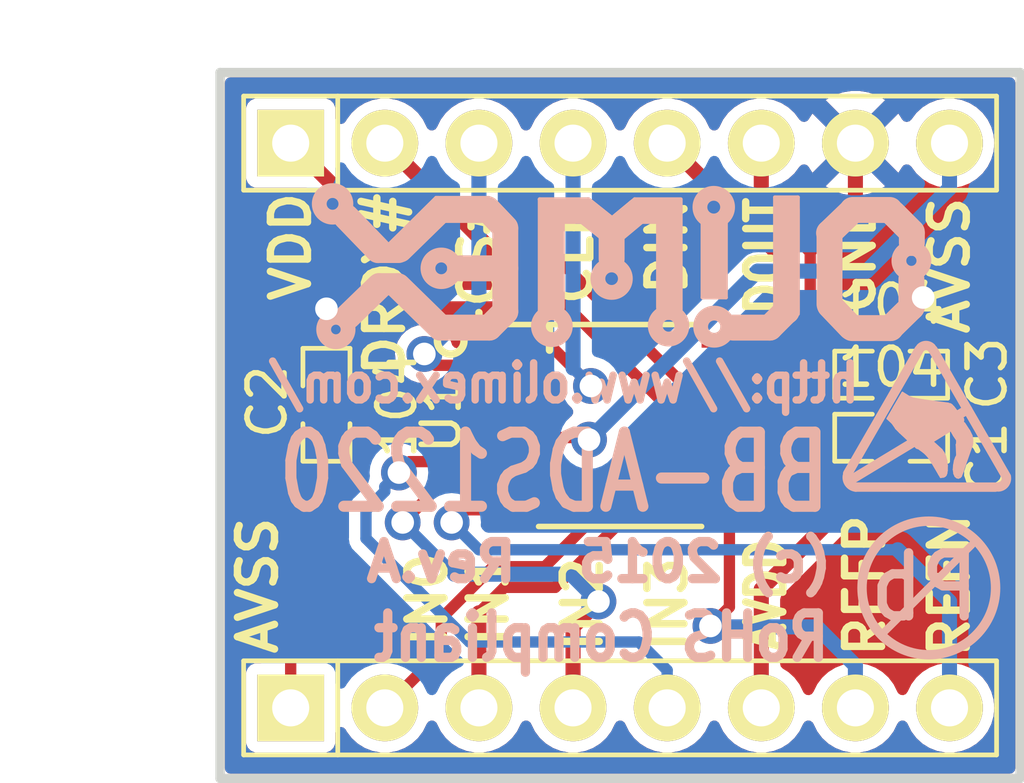
<source format=kicad_pcb>
(kicad_pcb (version 20221018) (generator pcbnew)
  (layers (0 "F.Cu" signal) (31 "B.Cu" signal) (34 "B.Paste" user) (35 "F.Paste" user) (36 "B.SilkS" user "B.Silkscreen") (37 "F.SilkS" user "F.Silkscreen") (38 "B.Mask" user) (39 "F.Mask" user) (44 "Edge.Cuts" user))
  (net 0 "")
  (net 1 "GND")
  (net 2 "Net-(C1-Pad2)")
  (net 3 "/AVSS")
  (net 4 "Net-(C3-Pad2)")
  (net 5 "Net-(P1-Pad2)")
  (net 6 "Net-(P1-Pad3)")
  (net 7 "Net-(P1-Pad4)")
  (net 8 "Net-(P1-Pad5)")
  (net 9 "/REFP")
  (net 10 "/REFN")
  (net 11 "Net-(P2-Pad2)")
  (net 12 "Net-(P2-Pad3)")
  (net 13 "Net-(P2-Pad4)")
  (net 14 "Net-(P2-Pad5)")
  (net 15 "Net-(P2-Pad6)")
  (footprint "kicad_wrk:C_0603" (layer "F.Cu") (at 155.9052 114.6302 180)
    (fp_text reference "C1" (at -2.5908 -0.5588 270) (layer "F.SilkS"))
    (fp_text value "104" (at 0 1.9 180) (layer "F.SilkS"))
    (fp_line (start -1.524 -0.635) (end -1.524 0.635) (stroke (width 0.127)) (layer "F.SilkS"))
    (fp_line (start -1.524 -0.635) (end -0.508 -0.635) (stroke (width 0.127)) (layer "F.SilkS"))
    (fp_line (start -1.524 0.635) (end -0.508 0.635) (stroke (width 0.127)) (layer "F.SilkS"))
    (fp_line (start 0.508 -0.635) (end 1.524 -0.635) (stroke (width 0.127)) (layer "F.SilkS"))
    (fp_line (start 1.524 -0.635) (end 1.524 0.635) (stroke (width 0.127)) (layer "F.SilkS"))
    (fp_line (start 1.524 0.635) (end 0.508 0.635) (stroke (width 0.127)) (layer "F.SilkS"))
    (pad "1" smd rect (at -0.889 0 180) (size 1.016 1.016) (layers "F.Cu" "F.Paste" "F.Mask") (net 1 "GND"))
    (pad "2" smd rect (at 0.889 0 180) (size 1.016 1.016) (layers "F.Cu" "F.Paste" "F.Mask") (net 2 "Net-(C1-Pad2)"))
  )
  (footprint "kicad_wrk:C_0603" (layer "F.Cu") (at 140.6652 113.7412 90)
    (fp_text reference "C2" (at 0.0762 -1.6002 270) (layer "F.SilkS"))
    (fp_text value "104" (at 0 1.9 90) (layer "F.SilkS"))
    (fp_line (start -1.524 -0.635) (end -1.524 0.635) (stroke (width 0.127)) (layer "F.SilkS"))
    (fp_line (start -1.524 -0.635) (end -0.508 -0.635) (stroke (width 0.127)) (layer "F.SilkS"))
    (fp_line (start -1.524 0.635) (end -0.508 0.635) (stroke (width 0.127)) (layer "F.SilkS"))
    (fp_line (start 0.508 -0.635) (end 1.524 -0.635) (stroke (width 0.127)) (layer "F.SilkS"))
    (fp_line (start 1.524 -0.635) (end 1.524 0.635) (stroke (width 0.127)) (layer "F.SilkS"))
    (fp_line (start 1.524 0.635) (end 0.508 0.635) (stroke (width 0.127)) (layer "F.SilkS"))
    (pad "1" smd rect (at -0.889 0 90) (size 1.016 1.016) (layers "F.Cu" "F.Paste" "F.Mask") (net 3 "/AVSS"))
    (pad "2" smd rect (at 0.889 0 90) (size 1.016 1.016) (layers "F.Cu" "F.Paste" "F.Mask") (net 1 "GND"))
  )
  (footprint "kicad_wrk:C_0603" (layer "F.Cu") (at 155.9052 112.9284 180)
    (fp_text reference "C3" (at -2.5908 0.0254 270) (layer "F.SilkS"))
    (fp_text value "104" (at 0 1.9 180) (layer "F.SilkS"))
    (fp_line (start -1.524 -0.635) (end -1.524 0.635) (stroke (width 0.127)) (layer "F.SilkS"))
    (fp_line (start -1.524 -0.635) (end -0.508 -0.635) (stroke (width 0.127)) (layer "F.SilkS"))
    (fp_line (start -1.524 0.635) (end -0.508 0.635) (stroke (width 0.127)) (layer "F.SilkS"))
    (fp_line (start 0.508 -0.635) (end 1.524 -0.635) (stroke (width 0.127)) (layer "F.SilkS"))
    (fp_line (start 1.524 -0.635) (end 1.524 0.635) (stroke (width 0.127)) (layer "F.SilkS"))
    (fp_line (start 1.524 0.635) (end 0.508 0.635) (stroke (width 0.127)) (layer "F.SilkS"))
    (pad "1" smd rect (at -0.889 0 180) (size 1.016 1.016) (layers "F.Cu" "F.Paste" "F.Mask") (net 1 "GND"))
    (pad "2" smd rect (at 0.889 0 180) (size 1.016 1.016) (layers "F.Cu" "F.Paste" "F.Mask") (net 4 "Net-(C3-Pad2)"))
  )
  (footprint "kicad_wrk:SIP8_Housing" (layer "F.Cu") (at 149.86 121.92)
    (fp_text reference "" (at -16.383 -4.953) (layer "F.SilkS"))
    (fp_text value "CONN_01X08" hide)
    (fp_line (start -11.43 -1.27) (end 8.89 -1.27) (stroke (width 0.127)) (layer "F.SilkS"))
    (fp_line (start -11.43 1.27) (end -11.43 -1.27) (stroke (width 0.127)) (layer "F.SilkS"))
    (fp_line (start -8.89 -1.27) (end -8.89 1.27) (stroke (width 0.127)) (layer "F.SilkS"))
    (fp_line (start 8.89 -1.27) (end 8.89 1.27) (stroke (width 0.127)) (layer "F.SilkS"))
    (fp_line (start 8.89 1.27) (end -11.43 1.27) (stroke (width 0.127)) (layer "F.SilkS"))
    (pad "1" thru_hole rect (at -10.16 0 90) (size 1.8 1.8) (drill 1) (layers "*.Cu" "*.Mask" "F.SilkS") (net 3 "/AVSS"))
    (pad "2" thru_hole circle (at -7.62 0 90) (size 1.8 1.8) (drill 1) (layers "*.Cu" "*.Mask" "F.SilkS") (net 5 "Net-(P1-Pad2)"))
    (pad "3" thru_hole circle (at -5.08 0 90) (size 1.8 1.8) (drill 1) (layers "*.Cu" "*.Mask" "F.SilkS") (net 6 "Net-(P1-Pad3)"))
    (pad "4" thru_hole circle (at -2.54 0 90) (size 1.8 1.8) (drill 1) (layers "*.Cu" "*.Mask" "F.SilkS") (net 7 "Net-(P1-Pad4)"))
    (pad "5" thru_hole circle (at 0 0 90) (size 1.8 1.8) (drill 1) (layers "*.Cu" "*.Mask" "F.SilkS") (net 8 "Net-(P1-Pad5)"))
    (pad "6" thru_hole circle (at 2.54 0 90) (size 1.8 1.8) (drill 1) (layers "*.Cu" "*.Mask" "F.SilkS") (net 2 "Net-(C1-Pad2)"))
    (pad "7" thru_hole circle (at 5.08 0 90) (size 1.8 1.8) (drill 1) (layers "*.Cu" "*.Mask" "F.SilkS") (net 9 "/REFP"))
    (pad "8" thru_hole circle (at 7.62 0 90) (size 1.8 1.8) (drill 1) (layers "*.Cu" "*.Mask" "F.SilkS") (net 10 "/REFN"))
  )
  (footprint "kicad_wrk:SIP8_Housing" (layer "F.Cu") (at 149.86 106.68)
    (fp_text reference "" (at 0 -3.6) (layer "F.SilkS"))
    (fp_text value "CONN_01X08" hide)
    (fp_line (start -11.43 -1.27) (end 8.89 -1.27) (stroke (width 0.127)) (layer "F.SilkS"))
    (fp_line (start -11.43 1.27) (end -11.43 -1.27) (stroke (width 0.127)) (layer "F.SilkS"))
    (fp_line (start -8.89 -1.27) (end -8.89 1.27) (stroke (width 0.127)) (layer "F.SilkS"))
    (fp_line (start 8.89 -1.27) (end 8.89 1.27) (stroke (width 0.127)) (layer "F.SilkS"))
    (fp_line (start 8.89 1.27) (end -11.43 1.27) (stroke (width 0.127)) (layer "F.SilkS"))
    (pad "1" thru_hole rect (at -10.16 0 90) (size 1.8 1.8) (drill 1) (layers "*.Cu" "*.Mask" "F.SilkS") (net 4 "Net-(C3-Pad2)"))
    (pad "2" thru_hole circle (at -7.62 0 90) (size 1.8 1.8) (drill 1) (layers "*.Cu" "*.Mask" "F.SilkS") (net 11 "Net-(P2-Pad2)"))
    (pad "3" thru_hole circle (at -5.08 0 90) (size 1.8 1.8) (drill 1) (layers "*.Cu" "*.Mask" "F.SilkS") (net 12 "Net-(P2-Pad3)"))
    (pad "4" thru_hole circle (at -2.54 0 90) (size 1.8 1.8) (drill 1) (layers "*.Cu" "*.Mask" "F.SilkS") (net 13 "Net-(P2-Pad4)"))
    (pad "5" thru_hole circle (at 0 0 90) (size 1.8 1.8) (drill 1) (layers "*.Cu" "*.Mask" "F.SilkS") (net 14 "Net-(P2-Pad5)"))
    (pad "6" thru_hole circle (at 2.54 0 90) (size 1.8 1.8) (drill 1) (layers "*.Cu" "*.Mask" "F.SilkS") (net 15 "Net-(P2-Pad6)"))
    (pad "7" thru_hole circle (at 5.08 0 90) (size 1.8 1.8) (drill 1) (layers "*.Cu" "*.Mask" "F.SilkS") (net 1 "GND"))
    (pad "8" thru_hole circle (at 7.62 0 90) (size 1.8 1.8) (drill 1) (layers "*.Cu" "*.Mask" "F.SilkS") (net 3 "/AVSS"))
  )
  (footprint "kicad_wrk:TSSOP-16_4.4x5mm_Pitch0.65mm" (layer "F.Cu") (at 148.59 114.3)
    (fp_text reference "U1" (at -4.826 -0.254 90) (layer "F.SilkS"))
    (fp_text value "ADS1220")
    (fp_line (start -3.775 -2.725) (end 2.2 -2.725) (stroke (width 0.15)) (layer "F.SilkS"))
    (fp_line (start -2.2 2.725) (end 2.2 2.725) (stroke (width 0.15)) (layer "F.SilkS"))
    (pad "1" smd rect (at -2.95 -2.275) (size 1.5 0.35) (layers "F.Cu" "F.Paste" "F.Mask") (net 13 "Net-(P2-Pad4)"))
    (pad "2" smd rect (at -2.95 -1.625) (size 1.5 0.35) (layers "F.Cu" "F.Paste" "F.Mask") (net 12 "Net-(P2-Pad3)"))
    (pad "3" smd rect (at -2.95 -0.975) (size 1.5 0.35) (layers "F.Cu" "F.Paste" "F.Mask") (net 1 "GND"))
    (pad "4" smd rect (at -2.95 -0.325) (size 1.5 0.35) (layers "F.Cu" "F.Paste" "F.Mask") (net 1 "GND"))
    (pad "5" smd rect (at -2.95 0.325) (size 1.5 0.35) (layers "F.Cu" "F.Paste" "F.Mask") (net 3 "/AVSS"))
    (pad "6" smd rect (at -2.95 0.975) (size 1.5 0.35) (layers "F.Cu" "F.Paste" "F.Mask") (net 8 "Net-(P1-Pad5)"))
    (pad "7" smd rect (at -2.95 1.625) (size 1.5 0.35) (layers "F.Cu" "F.Paste" "F.Mask") (net 7 "Net-(P1-Pad4)"))
    (pad "8" smd rect (at -2.95 2.275) (size 1.5 0.35) (layers "F.Cu" "F.Paste" "F.Mask") (net 10 "/REFN"))
    (pad "9" smd rect (at 2.95 2.275) (size 1.5 0.35) (layers "F.Cu" "F.Paste" "F.Mask") (net 9 "/REFP"))
    (pad "10" smd rect (at 2.95 1.625) (size 1.5 0.35) (layers "F.Cu" "F.Paste" "F.Mask") (net 6 "Net-(P1-Pad3)"))
    (pad "11" smd rect (at 2.95 0.975) (size 1.5 0.35) (layers "F.Cu" "F.Paste" "F.Mask") (net 5 "Net-(P1-Pad2)"))
    (pad "12" smd rect (at 2.95 0.325) (size 1.5 0.35) (layers "F.Cu" "F.Paste" "F.Mask") (net 2 "Net-(C1-Pad2)"))
    (pad "13" smd rect (at 2.95 -0.325) (size 1.5 0.35) (layers "F.Cu" "F.Paste" "F.Mask") (net 4 "Net-(C3-Pad2)"))
    (pad "14" smd rect (at 2.95 -0.975) (size 1.5 0.35) (layers "F.Cu" "F.Paste" "F.Mask") (net 11 "Net-(P2-Pad2)"))
    (pad "15" smd rect (at 2.95 -1.625) (size 1.5 0.35) (layers "F.Cu" "F.Paste" "F.Mask") (net 15 "Net-(P2-Pad6)"))
    (pad "16" smd rect (at 2.95 -2.275) (size 1.5 0.35) (layers "F.Cu" "F.Paste" "F.Mask") (net 14 "Net-(P2-Pad5)"))
  )
  (footprint "OLIMEX_Other-FP:Fiducial1x3" (layer "F.Cu") (at 141.0208 119.3038)
    (fp_text reference "" (at -8.9408 -0.9398) (layer "F.SilkS"))
    (fp_text value "")
    (pad "Fid1" connect circle (at 0 0) (size 1 1) (layers "F.Cu" "F.Mask") (clearance 1.016))
  )
  (footprint "OLIMEX_LOGOs-FP:OLIMEX_LOGO_TB" (layer "B.Cu") (at 148.463 109.982 180)
    (fp_text reference "OLIMEX_LOGO**" hide)
    (fp_text value "OLIMEX_LOGO_TB" hide)
    (fp_line (start -8.001 -1.1176) (end -7.4168 -1.6891) (stroke (width 0.7)) (layer "B.SilkS"))
    (fp_line (start -8.001 0.8509) (end -8.001 0.6096) (stroke (width 0.7)) (layer "B.SilkS"))
    (fp_line (start -8.001 0.9017) (end -7.493 1.4097) (stroke (width 0.7)) (layer "B.SilkS"))
    (fp_line (start -7.9883 -1.1303) (end -7.9883 -0.3683) (stroke (width 0.7)) (layer "B.SilkS"))
    (fp_line (start -7.4295 -1.6891) (end -6.3881 -1.6891) (stroke (width 0.7)) (layer "B.SilkS"))
    (fp_line (start -6.4008 1.4859) (end -5.7658 0.8763) (stroke (width 0.7)) (layer "B.SilkS"))
    (fp_line (start -6.4008 1.4986) (end -7.4041 1.4986) (stroke (width 0.7)) (layer "B.SilkS"))
    (fp_line (start -5.7912 -1.0795) (end -6.35 -1.6637) (stroke (width 0.7)) (layer "B.SilkS"))
    (fp_line (start -5.7785 0.889) (end -5.7785 -1.0414) (stroke (width 0.7)) (layer "B.SilkS"))
    (fp_line (start -4.9276 1.8415) (end -4.9276 -1.3081) (stroke (width 0.1)) (layer "B.SilkS"))
    (fp_line (start -4.9149 1.8415) (end -4.9276 1.8415) (stroke (width 0.1)) (layer "B.SilkS"))
    (fp_line (start -4.9022 1.8415) (end -4.9149 1.8415) (stroke (width 0.1)) (layer "B.SilkS"))
    (fp_line (start -4.7879 1.7526) (end -4.8514 1.7653) (stroke (width 0.1)) (layer "B.SilkS"))
    (fp_line (start -4.6228 -1.2319) (end -4.6228 1.4986) (stroke (width 0.7)) (layer "B.SilkS"))
    (fp_line (start -4.6228 1.8415) (end -4.9022 1.8415) (stroke (width 0.1)) (layer "B.SilkS"))
    (fp_line (start -4.6101 1.8415) (end -4.3053 1.8415) (stroke (width 0.1)) (layer "B.SilkS"))
    (fp_line (start -4.4831 1.7653) (end -4.3688 1.7653) (stroke (width 0.1)) (layer "B.SilkS"))
    (fp_line (start -4.3053 1.8415) (end -4.3053 -1.1938) (stroke (width 0.1)) (layer "B.SilkS"))
    (fp_line (start -4.1656 -1.6764) (end -4.6228 -1.2192) (stroke (width 0.7)) (layer "B.SilkS"))
    (fp_line (start -3.1798 -1.6764) (end -4.1656 -1.6764) (stroke (width 0.7)) (layer "B.SilkS"))
    (fp_line (start -2.9845 -0.8636) (end -2.3749 -0.8636) (stroke (width 0.1)) (layer "B.SilkS"))
    (fp_line (start -2.9845 1.1557) (end -2.9845 -0.8636) (stroke (width 0.1)) (layer "B.SilkS"))
    (fp_line (start -2.8448 -0.8001) (end -2.9083 -0.8001) (stroke (width 0.1)) (layer "B.SilkS"))
    (fp_line (start -2.667 1.0414) (end -2.667 -0.5588) (stroke (width 0.7)) (layer "B.SilkS"))
    (fp_line (start -2.5019 -0.8001) (end -2.413 -0.8001) (stroke (width 0.1)) (layer "B.SilkS"))
    (fp_line (start -2.3749 -0.8636) (end -2.3495 -0.8636) (stroke (width 0.1)) (layer "B.SilkS"))
    (fp_line (start -2.3495 -0.8636) (end -2.3495 1.1557) (stroke (width 0.1)) (layer "B.SilkS"))
    (fp_line (start -1.7653 -1.2065) (end -1.7653 1.778) (stroke (width 0.1)) (layer "B.SilkS"))
    (fp_line (start -1.7653 1.7907) (end -0.5207 1.7907) (stroke (width 0.1)) (layer "B.SilkS"))
    (fp_line (start -1.6129 1.7272) (end -1.6891 1.7272) (stroke (width 0.1)) (layer "B.SilkS"))
    (fp_line (start -1.4478 -1.1176) (end -1.4478 1.4732) (stroke (width 0.7)) (layer "B.SilkS"))
    (fp_line (start -1.4478 1.4732) (end -0.6096 1.4732) (stroke (width 0.7)) (layer "B.SilkS"))
    (fp_line (start -0.6096 1.4732) (end 0 0.9652) (stroke (width 0.7)) (layer "B.SilkS"))
    (fp_line (start -0.5207 1.7907) (end 0.0635 1.3081) (stroke (width 0.1)) (layer "B.SilkS"))
    (fp_line (start 0.1016 0.1778) (end 0.1016 0.889) (stroke (width 0.7)) (layer "B.SilkS"))
    (fp_line (start 0.1778 0.9652) (end 0.8128 1.4732) (stroke (width 0.7)) (layer "B.SilkS"))
    (fp_line (start 0.7239 1.7907) (end 0.1016 1.2954) (stroke (width 0.1)) (layer "B.SilkS"))
    (fp_line (start 0.7493 1.7907) (end 0.7239 1.7907) (stroke (width 0.1)) (layer "B.SilkS"))
    (fp_line (start 0.8128 1.4732) (end 1.7018 1.4732) (stroke (width 0.7)) (layer "B.SilkS"))
    (fp_line (start 1.7145 1.4859) (end 1.7145 -1.1176) (stroke (width 0.7)) (layer "B.SilkS"))
    (fp_line (start 1.8923 1.7145) (end 1.9939 1.7145) (stroke (width 0.1)) (layer "B.SilkS"))
    (fp_line (start 2.0447 -1.2319) (end 2.0447 1.778) (stroke (width 0.1)) (layer "B.SilkS"))
    (fp_line (start 2.0447 1.778) (end 2.0447 1.7907) (stroke (width 0.1)) (layer "B.SilkS"))
    (fp_line (start 2.0447 1.7907) (end 0.7493 1.7907) (stroke (width 0.1)) (layer "B.SilkS"))
    (fp_line (start 2.9718 -1.2446) (end 3.4036 -1.6764) (stroke (width 0.7)) (layer "B.SilkS"))
    (fp_line (start 2.9718 0.9906) (end 2.9718 -1.2446) (stroke (width 0.7)) (layer "B.SilkS"))
    (fp_line (start 2.9718 1.016) (end 3.4544 1.524) (stroke (width 0.7)) (layer "B.SilkS"))
    (fp_line (start 3.4036 -1.6764) (end 4.7244 -1.6764) (stroke (width 0.7)) (layer "B.SilkS"))
    (fp_line (start 3.4163 1.8288) (end 4.7879 1.8288) (stroke (width 0.1)) (layer "B.SilkS"))
    (fp_line (start 3.5025 1.4986) (end 4.7244 1.4986) (stroke (width 0.7)) (layer "B.SilkS"))
    (fp_line (start 4.191 -0.0762) (end 2.9718 -0.0762) (stroke (width 0.7)) (layer "B.SilkS"))
    (fp_line (start 4.7244 -1.6764) (end 5.8674 -0.5588) (stroke (width 0.7)) (layer "B.SilkS"))
    (fp_line (start 4.7244 1.4986) (end 5.8166 0.4318) (stroke (width 0.7)) (layer "B.SilkS"))
    (fp_line (start 4.7879 1.8288) (end 4.8387 1.8288) (stroke (width 0.1)) (layer "B.SilkS"))
    (fp_line (start 4.8387 1.8288) (end 6.096 0.5842) (stroke (width 0.1)) (layer "B.SilkS"))
    (fp_line (start 5.842 0.3175) (end 6.4008 0.3175) (stroke (width 0.5)) (layer "B.SilkS"))
    (fp_line (start 5.8674 -0.4572) (end 6.4008 -0.4572) (stroke (width 0.5)) (layer "B.SilkS"))
    (fp_line (start 7.2136 -1.3716) (end 6.3754 -0.5588) (stroke (width 0.7)) (layer "B.SilkS"))
    (fp_line (start 7.2644 1.3081) (end 6.4008 0.4144) (stroke (width 0.7)) (layer "B.SilkS"))
    (fp_circle (center -7.9883 0.127) (end -7.6708 0.2413) (stroke (width 0.4)) (fill none) (layer "B.SilkS"))
    (fp_circle (center -2.667 -1.651) (end -2.4638 -1.3462) (stroke (width 0.4)) (fill none) (layer "B.SilkS"))
    (fp_circle (center -2.6543 1.5748) (end -2.54 1.9304) (stroke (width 0.4)) (fill none) (layer "B.SilkS"))
    (fp_circle (center -1.4351 -1.6256) (end -1.1938 -1.3589) (stroke (width 0.4)) (fill none) (layer "B.SilkS"))
    (fp_circle (center 0.1016 -0.3556) (end 0.3302 -0.0635) (stroke (width 0.4)) (fill none) (layer "B.SilkS"))
    (fp_circle (center 1.7145 -1.6383) (end 1.9304 -1.3462) (stroke (width 0.4)) (fill none) (layer "B.SilkS"))
    (fp_circle (center 4.699 -0.0762) (end 4.9657 0.1651) (stroke (width 0.4)) (fill none) (layer "B.SilkS"))
    (fp_circle (center 7.5438 -1.7272) (end 7.8359 -1.5748) (stroke (width 0.4)) (fill none) (layer "B.SilkS"))
    (fp_circle (center 7.6327 1.6637) (end 7.9375 1.8542) (stroke (width 0.4)) (fill none) (layer "B.SilkS"))
  )
  (footprint "OLIMEX_LOGOs-FP:LOGO_ANTISTATIC_SMALL_4.5mmX2.8mm" (layer "B.Cu") (at 156.845 114.046 180)
    (fp_text reference "" (at 0 3.0226 180) (layer "B.SilkS") (effects (justify mirror)))
    (fp_text value "")
    (fp_line (start -2.16916 -1.63576) (end -0.1905 1.78816) (stroke (width 0.254)) (layer "B.SilkS"))
    (fp_line (start -1.87198 -1.9177) (end 1.8923 -1.91516) (stroke (width 0.254)) (layer "B.SilkS"))
    (fp_line (start -1.24968 -0.74168) (end -1.24968 -0.62738) (stroke (width 0.05)) (layer "B.SilkS"))
    (fp_line (start -1.24968 -0.62484) (end -1.23444 -0.5334) (stroke (width 0.05)) (layer "B.SilkS"))
    (fp_line (start -1.23698 -0.80518) (end -1.24968 -0.74422) (stroke (width 0.05)) (layer "B.SilkS"))
    (fp_line (start -1.23444 -0.53) (end -1.16586 -0.39) (stroke (width 0.05)) (layer "B.SilkS"))
    (fp_line (start -1.16586 -0.3937) (end -1.03378 -0.1905) (stroke (width 0.05)) (layer "B.SilkS"))
    (fp_line (start -1.14808 -0.67818) (end -0.8763 -1.5113) (stroke (width 0.254)) (layer "B.SilkS"))
    (fp_line (start -1.12014 0.1778) (end 2.09296 -1.76276) (stroke (width 0.254)) (layer "B.SilkS"))
    (fp_line (start -0.97028 -1.04394) (end -0.87884 -1.36906) (stroke (width 0.254)) (layer "B.SilkS"))
    (fp_line (start -0.9525 -0.635) (end -0.97028 -1.03632) (stroke (width 0.254)) (layer "B.SilkS"))
    (fp_line (start -0.94742 -1.61798) (end -1.23444 -0.80264) (stroke (width 0.05)) (layer "B.SilkS"))
    (fp_line (start -0.91948 -1.64846) (end -0.94742 -1.61798) (stroke (width 0.05)) (layer "B.SilkS"))
    (fp_line (start -0.91948 -0.22352) (end -1.12014 -0.59944) (stroke (width 0.254)) (layer "B.SilkS"))
    (fp_line (start -0.90678 -0.10414) (end 0.19812 -0.76962) (stroke (width 0.254)) (layer "B.SilkS"))
    (fp_line (start -0.87376 -1.66624) (end -0.9144 -1.651) (stroke (width 0.05)) (layer "B.SilkS"))
    (fp_line (start -0.84074 -0.70612) (end -0.8255 -0.7747) (stroke (width 0.05)) (layer "B.SilkS"))
    (fp_line (start -0.8382 -1.06172) (end -0.80772 -1.12014) (stroke (width 0.05)) (layer "B.SilkS"))
    (fp_line (start -0.83566 -0.6477) (end -0.8382 -0.70612) (stroke (width 0.05)) (layer "B.SilkS"))
    (fp_line (start -0.83566 0.12954) (end -0.74168 0.24892) (stroke (width 0.05)) (layer "B.SilkS"))
    (fp_line (start -0.83312 -1.65608) (end -0.87376 -1.66624) (stroke (width 0.05)) (layer "B.SilkS"))
    (fp_line (start -0.8255 -0.7747) (end -0.8382 -1.06172) (stroke (width 0.05)) (layer "B.SilkS"))
    (fp_line (start -0.80772 -1.12014) (end -0.77724 -1.20396) (stroke (width 0.05)) (layer "B.SilkS"))
    (fp_line (start -0.79248 -1.62306) (end -0.83312 -1.65608) (stroke (width 0.05)) (layer "B.SilkS"))
    (fp_line (start -0.77724 -1.20396) (end -0.75438 -1.32842) (stroke (width 0.05)) (layer "B.SilkS"))
    (fp_line (start -0.76454 -0.27432) (end -1.05156 -0.71374) (stroke (width 0.254)) (layer "B.SilkS"))
    (fp_line (start -0.762 -1.55448) (end -0.79248 -1.62306) (stroke (width 0.05)) (layer "B.SilkS"))
    (fp_line (start -0.75438 -1.32842) (end -0.74676 -1.44018) (stroke (width 0.05)) (layer "B.SilkS"))
    (fp_line (start -0.75184 -0.52324) (end -0.83566 -0.6477) (stroke (width 0.05)) (layer "B.SilkS"))
    (fp_line (start -0.74676 -1.44018) (end -0.762 -1.55448) (stroke (width 0.05)) (layer "B.SilkS"))
    (fp_line (start -0.74168 0.24892) (end -0.6985 0.29464) (stroke (width 0.05)) (layer "B.SilkS"))
    (fp_line (start -0.69596 0.29718) (end -0.66294 0.32004) (stroke (width 0.05)) (layer "B.SilkS"))
    (fp_line (start -0.6858 0.1524) (end 0.4572 -0.51308) (stroke (width 0.254)) (layer "B.SilkS"))
    (fp_line (start -0.6731 -0.38354) (end -0.75184 -0.52324) (stroke (width 0.05)) (layer "B.SilkS"))
    (fp_line (start -0.66294 0.32004) (end -0.59182 0.34036) (stroke (width 0.05)) (layer "B.SilkS"))
    (fp_line (start -0.59182 0.34036) (end 0.07112 0.42926) (stroke (width 0.05)) (layer "B.SilkS"))
    (fp_line (start -0.58928 0.22098) (end 0.38862 0.36576) (stroke (width 0.254)) (layer "B.SilkS"))
    (fp_line (start -0.56642 -1.33858) (end -0.55118 -1.20396) (stroke (width 0.05)) (layer "B.SilkS"))
    (fp_line (start -0.56388 -1.46558) (end -0.56642 -1.33858) (stroke (width 0.05)) (layer "B.SilkS"))
    (fp_line (start -0.55372 -1.53924) (end -0.56398 -1.46558) (stroke (width 0.05)) (layer "B.SilkS"))
    (fp_line (start -0.55118 -1.20396) (end -0.51816 -1.08204) (stroke (width 0.05)) (layer "B.SilkS"))
    (fp_line (start -0.53594 -1.5875) (end -0.55372 -1.53924) (stroke (width 0.05)) (layer "B.SilkS"))
    (fp_line (start -0.51816 -1.61036) (end -0.53594 -1.58875) (stroke (width 0.05)) (layer "B.SilkS"))
    (fp_line (start -0.51816 -1.07696) (end -0.47498 -0.98806) (stroke (width 0.05)) (layer "B.SilkS"))
    (fp_line (start -0.48006 -1.63576) (end -0.51308 -1.61544) (stroke (width 0.05)) (layer "B.SilkS"))
    (fp_line (start -0.48006 0.21844) (end 0.54356 -0.4191) (stroke (width 0.254)) (layer "B.SilkS"))
    (fp_line (start -0.47498 -0.98806) (end -0.42164 -0.90932) (stroke (width 0.05)) (layer "B.SilkS"))
    (fp_line (start -0.4445 -1.52146) (end -0.24638 -1.1303) (stroke (width 0.254)) (layer "B.SilkS"))
    (fp_line (start -0.42418 -1.27254) (end -0.4445 -1.52146) (stroke (width 0.254)) (layer "B.SilkS"))
    (fp_line (start -0.42164 -0.90932) (end -0.17526 -0.6858) (stroke (width 0.05)) (layer "B.SilkS"))
    (fp_line (start -0.39878 -1.64846) (end -0.47752 -1.63576) (stroke (width 0.05)) (layer "B.SilkS"))
    (fp_line (start -0.35052 -1.0287) (end -0.42418 -1.27254) (stroke (width 0.254)) (layer "B.SilkS"))
    (fp_line (start -0.24638 -1.1303) (end 0.06096 -0.80518) (stroke (width 0.254)) (layer "B.SilkS"))
    (fp_line (start -0.20828 0.28702) (end 0.68072 -0.28702) (stroke (width 0.254)) (layer "B.SilkS"))
    (fp_line (start -0.1778 -0.68834) (end -0.6731 -0.38354) (stroke (width 0.05)) (layer "B.SilkS"))
    (fp_line (start -0.1524 -1.2319) (end -0.39878 -1.64846) (stroke (width 0.05)) (layer "B.SilkS"))
    (fp_line (start -0.0762 -1.11506) (end -0.1524 -1.2319) (stroke (width 0.05)) (layer "B.SilkS"))
    (fp_line (start 0.00508 -0.70358) (end -0.35052 -1.0287) (stroke (width 0.254)) (layer "B.SilkS"))
    (fp_line (start 0.00762 -1.02108) (end -0.0762 -1.11506) (stroke (width 0.05)) (layer "B.SilkS"))
    (fp_line (start 0.0635 -0.97282) (end 0.00762 -1.02108) (stroke (width 0.05)) (layer "B.SilkS"))
    (fp_line (start 0.07112 0.42926) (end 0.3429 0.47752) (stroke (width 0.05)) (layer "B.SilkS"))
    (fp_line (start 0.09398 0.32258) (end 0.79248 -0.13716) (stroke (width 0.254)) (layer "B.SilkS"))
    (fp_line (start 0.18542 -0.88392) (end 0.0635 -0.97282) (stroke (width 0.05)) (layer "B.SilkS"))
    (fp_line (start 0.18542 1.79324) (end 2.11328 -1.55194) (stroke (width 0.254)) (layer "B.SilkS"))
    (fp_line (start 0.34544 0.47498) (end 0.45974 0.52324) (stroke (width 0.05)) (layer "B.SilkS"))
    (fp_line (start 0.35814 0.36576) (end 0.89408 -0.02032) (stroke (width 0.254)) (layer "B.SilkS"))
    (fp_line (start 0.45974 0.52324) (end 0.63246 0.63246) (stroke (width 0.05)) (layer "B.SilkS"))
    (fp_line (start 0.51308 0.4318) (end 0.73914 0.2413) (stroke (width 0.254)) (layer "B.SilkS"))
    (fp_line (start 0.5969 0.4826) (end 0.77724 0.18542) (stroke (width 0.254)) (layer "B.SilkS"))
    (fp_line (start 0.63754 0.63246) (end 1.0414 -0.06604) (stroke (width 0.05)) (layer "B.SilkS"))
    (fp_line (start 0.70104 -0.44196) (end 0.49022 -0.64008) (stroke (width 0.05)) (layer "B.SilkS"))
    (fp_line (start 0.77216 -0.1397) (end 0.59436 -0.36068) (stroke (width 0.254)) (layer "B.SilkS"))
    (fp_line (start 0.8128 -0.3302) (end 0.6985 -0.4445) (stroke (width 0.05)) (layer "B.SilkS"))
    (fp_line (start 0.90678 -0.1905) (end 0.80772 -0.33274) (stroke (width 0.05)) (layer "B.SilkS"))
    (fp_line (start 1.0414 -0.06604) (end 0.90932 -0.18796) (stroke (width 0.05)) (layer "B.SilkS"))
    (fp_arc (start -2.1717 -1.67132) (mid -2.111185 -1.837736) (end -1.95072 -1.91262) (stroke (width 0.254)) (layer "B.SilkS"))
    (fp_arc (start 0.14478 1.84404) (mid 0 1.90401) (end -0.14478 1.84404) (stroke (width 0.254)) (layer "B.SilkS"))
    (fp_arc (start 1.89992 -1.91516) (mid 2.072702 -1.814133) (end 2.12344 -1.62052) (stroke (width 0.254)) (layer "B.SilkS"))
  )
  (footprint "OLIMEX_LOGOs-FP:LOGO_PBFREE" (layer "B.Cu") (at 156.718 118.999 180)
    (fp_text reference "" (at -0.2794 3.52552 180) (layer "B.SilkS") (effects (justify mirror)))
    (fp_text value "")
    (fp_text user "Pb" (at -0.08636 0.33528 180) (layer "B.SilkS") (effects (font (size 1.7 1.5) (thickness 0.254)) (justify mirror)))
    (fp_line (start -1.36398 1.47828) (end 1.06934 -0.94234) (stroke (width 0.2)) (layer "B.SilkS"))
    (fp_circle (center -0.2032 0.31496) (end 0.90678 1.73482) (stroke (width 0.254)) (fill none) (layer "B.SilkS"))
  )
  (gr_line (start 146.685 111.633) (end 146.685 112.268) (stroke (width 0.2)) (layer "F.SilkS"))
  (gr_circle (center 144.018 112.014) (end 144.272 112.268) (stroke (width 0.2)) (fill none) (layer "F.SilkS"))
  (gr_line (start 144.78 111.252) (end 144.78 111.506) (stroke (width 0.2)) (layer "F.SilkS"))
  (gr_line (start 137.795 123.825) (end 137.795 104.775) (stroke (width 0.254)) (layer "Edge.Cuts"))
  (gr_line (start 159.385 123.825) (end 137.795 123.825) (stroke (width 0.254)) (layer "Edge.Cuts"))
  (gr_line (start 137.795 104.775) (end 159.385 104.775) (stroke (width 0.254)) (layer "Edge.Cuts"))
  (gr_line (start 159.385 104.775) (end 159.385 123.825) (stroke (width 0.254)) (layer "Edge.Cuts"))
  (gr_text "Rev.A" (at 143.764 117.983) (layer "B.SilkS") (effects (font (size 1 1) (thickness 0.25)) (justify mirror)))
  (gr_text "http://www.olimex.com/" (at 147.066 113.157) (layer "B.SilkS") (effects (font (size 1 0.85) (thickness 0.2)) (justify mirror)))
  (gr_text "RoHS Compliant" (at 148.082 120.015) (layer "B.SilkS") (effects (font (size 1.2 1) (thickness 0.25)) (justify mirror)))
  (gr_text "(c) 2015" (at 150.876 117.983) (layer "B.SilkS") (effects (font (size 1 1) (thickness 0.25)) (justify mirror)))
  (gr_text "BB-ADS1220" (at 146.812 115.57) (layer "B.SilkS") (effects (font (size 2 1.5) (thickness 0.3)) (justify mirror)))
  (gr_text "GND" (at 154.94 109.728 90) (layer "F.SilkS") (effects (font (size 1 1) (thickness 0.2))))
  (gr_text "AVSS" (at 138.811 118.618 90) (layer "F.SilkS") (effects (font (size 1 1) (thickness 0.2))))
  (gr_text "DOUT" (at 152.527 109.728 90) (layer "F.SilkS") (effects (font (size 1 0.8) (thickness 0.2))))
  (gr_text "IN1" (at 145.034 118.999 90) (layer "F.SilkS") (effects (font (size 1 1) (thickness 0.2))))
  (gr_text "CS#" (at 144.78 109.601 90) (layer "F.SilkS") (effects (font (size 1 1) (thickness 0.2))))
  (gr_text "REFN" (at 157.48 118.618 90) (layer "F.SilkS") (effects (font (size 1 1) (thickness 0.2))))
  (gr_text "VDD" (at 139.7 109.474 90) (layer "F.SilkS") (effects (font (size 1 1) (thickness 0.2))))
  (gr_text "AVSS" (at 157.48 109.982 90) (layer "F.SilkS") (effects (font (size 1 1) (thickness 0.2))))
  (gr_text "DRDY#" (at 142.24 110.49 90) (layer "F.SilkS") (effects (font (size 1 1) (thickness 0.2))))
  (gr_text "IN3" (at 149.86 119.126 90) (layer "F.SilkS") (effects (font (size 1 1) (thickness 0.2))))
  (gr_text "AVDD" (at 152.527 118.872 90) (layer "F.SilkS") (effects (font (size 1 0.8) (thickness 0.2))))
  (gr_text "REFP" (at 155.194 118.618 90) (layer "F.SilkS") (effects (font (size 1 1) (thickness 0.2))))
  (gr_text "IN0" (at 143.383 118.999 90) (layer "F.SilkS") (effects (font (size 1 1) (thickness 0.2))))
  (gr_text "CLK" (at 147.32 109.601 90) (layer "F.SilkS") (effects (font (size 1 1) (thickness 0.2))))
  (gr_text "DIN" (at 149.86 109.474 90) (layer "F.SilkS") (effects (font (size 1 1) (thickness 0.2))))
  (gr_text "IN2" (at 147.574 119.126 90) (layer "F.SilkS") (effects (font (size 1 1) (thickness 0.2))))
  (segment (start 156.7942 110.6678) (end 154.94 108.8136) (width 0.4064) (layer "F.Cu") (net 1))
  (segment (start 154.94 108.8136) (end 154.94 106.68) (width 0.4064) (layer "F.Cu") (net 1))
  (segment (start 141.138 113.325) (end 140.6652 112.8522) (width 0.3048) (layer "F.Cu") (net 1))
  (segment (start 156.7688 110.8456) (end 156.7942 110.8456) (width 0.3048) (layer "F.Cu") (net 1))
  (segment (start 156.7942 110.8456) (end 156.7942 110.6678) (width 0.3048) (layer "F.Cu") (net 1))
  (segment (start 156.7942 112.9284) (end 156.7942 110.6678) (width 0.4064) (layer "F.Cu") (net 1))
  (segment (start 156.7942 114.6302) (end 156.7942 112.9284) (width 0.4064) (layer "F.Cu") (net 1))
  (segment (start 145.64 113.325) (end 141.138 113.325) (width 0.3048) (layer "F.Cu") (net 1))
  (segment (start 145.64 113.975) (end 145.64 113.325) (width 0.3048) (layer "F.Cu") (net 1))
  (segment (start 140.6652 112.8522) (end 140.6652 111.1504) (width 0.3048) (layer "F.Cu") (net 1))
  (via (at 156.7688 110.8456) (size 0.9652) (drill 0.6096) (layers "F.Cu" "B.Cu") (net 1))
  (via (at 140.6652 111.1504) (size 0.9652) (drill 0.6096) (layers "F.Cu" "B.Cu") (net 1))
  (segment (start 140.6652 111.1504) (end 141.9352 112.4204) (width 0.4064) (layer "B.Cu") (net 1))
  (segment (start 141.9352 112.4204) (end 141.9352 113.157) (width 0.4064) (layer "B.Cu") (net 1))
  (segment (start 141.9352 113.157) (end 144.9578 116.1796) (width 0.4064) (layer "B.Cu") (net 1))
  (segment (start 144.9578 116.1796) (end 151.4348 116.1796) (width 0.4064) (layer "B.Cu") (net 1))
  (segment (start 151.4348 116.1796) (end 156.7688 110.8456) (width 0.4064) (layer "B.Cu") (net 1))
  (segment (start 155.011 114.625) (end 155.0162 114.6302) (width 0.3048) (layer "F.Cu") (net 2))
  (segment (start 155.0162 116.1034) (end 152.4 118.7196) (width 0.4064) (layer "F.Cu") (net 2))
  (segment (start 152.4 118.7196) (end 152.4 121.92) (width 0.4064) (layer "F.Cu") (net 2))
  (segment (start 151.54 114.625) (end 155.011 114.625) (width 0.3048) (layer "F.Cu") (net 2))
  (segment (start 155.0162 114.6302) (end 155.0162 116.1034) (width 0.4064) (layer "F.Cu") (net 2))
  (segment (start 140.6704 114.625) (end 140.6652 114.6302) (width 0.3048) (layer "F.Cu") (net 3))
  (segment (start 147.6958 114.625) (end 147.7518 114.681) (width 0.3048) (layer "F.Cu") (net 3))
  (segment (start 139.192 116.205) (end 140.6652 114.7318) (width 0.3048) (layer "F.Cu") (net 3))
  (segment (start 139.192 116.205) (end 139.192 120.015) (width 0.3048) (layer "F.Cu") (net 3))
  (segment (start 139.192 120.015) (end 139.7 120.523) (width 0.3048) (layer "F.Cu") (net 3))
  (segment (start 145.64 114.625) (end 140.6704 114.625) (width 0.3048) (layer "F.Cu") (net 3))
  (segment (start 145.64 114.625) (end 147.6958 114.625) (width 0.3048) (layer "F.Cu") (net 3))
  (segment (start 140.6652 114.6302) (end 140.6652 114.7318) (width 0.3048) (layer "F.Cu") (net 3))
  (segment (start 139.7 121.92) (end 139.7 120.523) (width 0.3048) (layer "F.Cu") (net 3))
  (via (at 147.7518 114.681) (size 0.9652) (drill 0.6096) (layers "F.Cu" "B.Cu") (net 3))
  (segment (start 147.7518 114.681) (end 152.2984 110.1344) (width 0.4064) (layer "B.Cu") (net 3))
  (segment (start 152.2984 110.1344) (end 155.2448 110.1344) (width 0.4064) (layer "B.Cu") (net 3))
  (segment (start 155.2448 110.1344) (end 157.48 107.8992) (width 0.4064) (layer "B.Cu") (net 3))
  (segment (start 157.48 107.8992) (end 157.48 106.68) (width 0.4064) (layer "B.Cu") (net 3))
  (segment (start 153.9696 113.975) (end 155.0162 112.9284) (width 0.3048) (layer "F.Cu") (net 4))
  (segment (start 150.043 113.975) (end 146.558 110.49) (width 0.3048) (layer "F.Cu") (net 4))
  (segment (start 146.558 110.49) (end 143.51 110.49) (width 0.3048) (layer "F.Cu") (net 4))
  (segment (start 143.51 110.49) (end 139.7 106.68) (width 0.4064) (layer "F.Cu") (net 4))
  (segment (start 151.54 113.975) (end 153.9696 113.975) (width 0.3048) (layer "F.Cu") (net 4))
  (segment (start 151.54 113.975) (end 150.043 113.975) (width 0.3048) (layer "F.Cu") (net 4))
  (segment (start 149.393 115.275) (end 146.558 118.11) (width 0.3048) (layer "F.Cu") (net 5))
  (segment (start 146.558 118.11) (end 145.161 118.11) (width 0.3048) (layer "F.Cu") (net 5))
  (segment (start 145.161 118.11) (end 143.764 119.507) (width 0.3048) (layer "F.Cu") (net 5))
  (segment (start 143.764 119.507) (end 143.764 120.396) (width 0.3048) (layer "F.Cu") (net 5))
  (segment (start 142.24 121.92) (end 143.764 120.396) (width 0.3048) (layer "F.Cu") (net 5))
  (segment (start 149.393 115.275) (end 151.54 115.275) (width 0.3048) (layer "F.Cu") (net 5))
  (segment (start 149.5812 115.925) (end 146.8374 118.6688) (width 0.3048) (layer "F.Cu") (net 6))
  (segment (start 146.8374 118.6688) (end 145.4658 118.6688) (width 0.3048) (layer "F.Cu") (net 6))
  (segment (start 145.4658 118.6688) (end 144.78 119.3546) (width 0.3048) (layer "F.Cu") (net 6))
  (segment (start 149.5812 115.925) (end 151.54 115.925) (width 0.3048) (layer "F.Cu") (net 6))
  (segment (start 144.78 121.92) (end 144.78 119.3546) (width 0.4064) (layer "F.Cu") (net 6))
  (segment (start 143.7138 115.925) (end 142.7226 116.9162) (width 0.3048) (layer "F.Cu") (net 7))
  (segment (start 148.0058 119.0498) (end 147.32 119.7356) (width 0.4064) (layer "F.Cu") (net 7))
  (segment (start 147.32 119.7356) (end 147.32 121.92) (width 0.4064) (layer "F.Cu") (net 7))
  (segment (start 145.64 115.925) (end 143.7138 115.925) (width 0.3048) (layer "F.Cu") (net 7))
  (via (at 142.7226 116.9162) (size 0.9652) (drill 0.6096) (layers "F.Cu" "B.Cu") (net 7))
  (via (at 148.0058 119.0498) (size 0.9652) (drill 0.6096) (layers "F.Cu" "B.Cu") (net 7))
  (segment (start 142.7226 116.9162) (end 144.1196 118.3132) (width 0.3048) (layer "B.Cu") (net 7))
  (segment (start 144.1196 118.3132) (end 147.2692 118.3132) (width 0.4064) (layer "B.Cu") (net 7))
  (segment (start 147.2692 118.3132) (end 148.0058 119.0498) (width 0.4064) (layer "B.Cu") (net 7))
  (segment (start 142.916 115.275) (end 142.621 115.57) (width 0.3048) (layer "F.Cu") (net 8))
  (segment (start 145.64 115.275) (end 142.916 115.275) (width 0.3048) (layer "F.Cu") (net 8))
  (via (at 142.621 115.57) (size 0.9652) (drill 0.6096) (layers "F.Cu" "B.Cu") (net 8))
  (segment (start 142.621 115.57) (end 142.24 115.951) (width 0.3048) (layer "B.Cu") (net 8))
  (segment (start 142.24 115.951) (end 142.24 116.078) (width 0.3048) (layer "B.Cu") (net 8))
  (segment (start 142.24 116.078) (end 141.732 116.586) (width 0.3048) (layer "B.Cu") (net 8))
  (segment (start 141.732 116.586) (end 141.732 117.348) (width 0.3048) (layer "B.Cu") (net 8))
  (segment (start 141.732 117.348) (end 144.526 120.142) (width 0.3048) (layer "B.Cu") (net 8))
  (segment (start 144.526 120.142) (end 148.209 120.142) (width 0.3048) (layer "B.Cu") (net 8))
  (segment (start 149.098 120.142) (end 149.86 120.904) (width 0.3048) (layer "B.Cu") (net 8))
  (segment (start 149.86 120.904) (end 149.86 121.92) (width 0.3048) (layer "B.Cu") (net 8))
  (segment (start 148.209 120.142) (end 149.098 120.142) (width 0.3048) (layer "B.Cu") (net 8))
  (segment (start 151.54 119.1986) (end 151.0284 119.7102) (width 0.3048) (layer "F.Cu") (net 9))
  (segment (start 151.54 116.575) (end 151.54 119.1986) (width 0.3048) (layer "F.Cu") (net 9))
  (via (at 151.0284 119.7102) (size 0.9652) (drill 0.6096) (layers "F.Cu" "B.Cu") (net 9))
  (segment (start 151.0284 119.7102) (end 151.0538 119.7356) (width 0.3048) (layer "B.Cu") (net 9))
  (segment (start 151.0538 119.7356) (end 153.8986 119.7356) (width 0.4064) (layer "B.Cu") (net 9))
  (segment (start 153.8986 119.7356) (end 154.94 120.777) (width 0.4064) (layer "B.Cu") (net 9))
  (segment (start 154.94 120.777) (end 154.94 121.92) (width 0.4064) (layer "B.Cu") (net 9))
  (segment (start 144.3846 116.575) (end 144.0434 116.9162) (width 0.3048) (layer "F.Cu") (net 10))
  (segment (start 145.64 116.575) (end 144.3846 116.575) (width 0.3048) (layer "F.Cu") (net 10))
  (via (at 144.0434 116.9162) (size 0.9652) (drill 0.6096) (layers "F.Cu" "B.Cu") (net 10))
  (segment (start 144.0434 116.9162) (end 144.78 117.6528) (width 0.3048) (layer "B.Cu") (net 10))
  (segment (start 144.78 117.6528) (end 156.083 117.6528) (width 0.3048) (layer "B.Cu") (net 10))
  (segment (start 156.083 117.6528) (end 157.48 119.0498) (width 0.4064) (layer "B.Cu") (net 10))
  (segment (start 157.48 119.0498) (end 157.48 121.92) (width 0.4064) (layer "B.Cu") (net 10))
  (segment (start 150.4344 113.325) (end 146.8882 109.7788) (width 0.3048) (layer "F.Cu") (net 11))
  (segment (start 146.8882 109.7788) (end 145.3388 109.7788) (width 0.3048) (layer "F.Cu") (net 11))
  (segment (start 145.3388 109.7788) (end 142.24 106.68) (width 0.4064) (layer "F.Cu") (net 11))
  (segment (start 151.54 113.325) (end 150.4344 113.325) (width 0.3048) (layer "F.Cu") (net 11))
  (segment (start 143.6122 112.675) (end 143.3068 112.3696) (width 0.3048) (layer "F.Cu") (net 12))
  (segment (start 145.64 112.675) (end 143.6122 112.675) (width 0.3048) (layer "F.Cu") (net 12))
  (via (at 143.3068 112.3696) (size 0.9652) (drill 0.6096) (layers "F.Cu" "B.Cu") (net 12))
  (segment (start 143.3068 112.3696) (end 144.78 110.8964) (width 0.4064) (layer "B.Cu") (net 12))
  (segment (start 144.78 110.8964) (end 144.78 106.68) (width 0.4064) (layer "B.Cu") (net 12))
  (segment (start 146.5944 112.025) (end 147.8026 113.2332) (width 0.3048) (layer "F.Cu") (net 13))
  (segment (start 145.64 112.025) (end 146.5944 112.025) (width 0.3048) (layer "F.Cu") (net 13))
  (via (at 147.8026 113.2332) (size 0.9652) (drill 0.6096) (layers "F.Cu" "B.Cu") (net 13))
  (segment (start 147.8026 113.2332) (end 147.32 112.7506) (width 0.3048) (layer "B.Cu") (net 13))
  (segment (start 147.32 112.7506) (end 147.32 106.68) (width 0.4064) (layer "B.Cu") (net 13))
  (segment (start 152.9224 112.025) (end 153.0858 111.8616) (width 0.3048) (layer "F.Cu") (net 14))
  (segment (start 153.0858 111.8616) (end 153.0858 109.9058) (width 0.3048) (layer "F.Cu") (net 14))
  (segment (start 153.0858 109.9058) (end 149.86 106.68) (width 0.4064) (layer "F.Cu") (net 14))
  (segment (start 151.54 112.025) (end 152.9224 112.025) (width 0.3048) (layer "F.Cu") (net 14))
  (segment (start 152.4 108.2294) (end 153.7208 109.5502) (width 0.4064) (layer "F.Cu") (net 15))
  (segment (start 153.7208 109.5502) (end 153.7208 112.268) (width 0.3048) (layer "F.Cu") (net 15))
  (segment (start 153.7208 112.268) (end 153.3138 112.675) (width 0.3048) (layer "F.Cu") (net 15))
  (segment (start 153.3138 112.675) (end 151.54 112.675) (width 0.3048) (layer "F.Cu") (net 15))
  (segment (start 152.4 106.68) (end 152.4 108.2294) (width 0.4064) (layer "F.Cu") (net 15))
  (zone (net 1) (net_name "GND") (layer "F.Cu") (connect_pads (clearance 0.3048)) (min_thickness 0.3048) (fill yes (thermal_gap 0.508) (thermal_bridge_width 0.508))
    (polygon (pts (xy 137.795 104.775) (xy 159.385 104.775) (xy 159.385 123.825) (xy 137.795 123.825)))
  )
  (zone (net 1) (net_name "GND") (layer "B.Cu") (connect_pads (clearance 0.3048)) (min_thickness 0.3048) (fill yes (thermal_gap 0.508) (thermal_bridge_width 0.508))
    (polygon (pts (xy 137.922 104.902) (xy 159.385 104.775) (xy 159.385 123.825) (xy 137.795 123.825) (xy 137.922 105.029)))
  )
)
</source>
